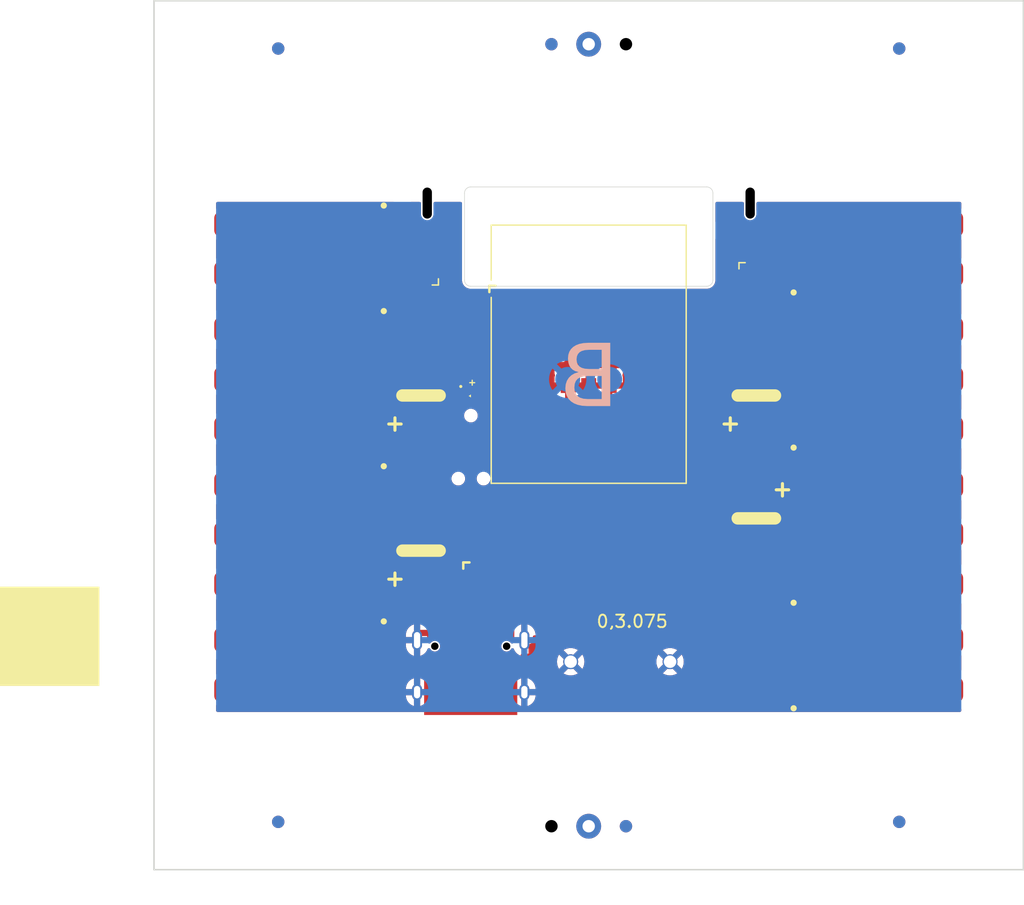
<source format=kicad_pcb>
(kicad_pcb (version 20240108) (generator "pcbnew") (generator_version "8.0")
  (title_block (title "IronManChest") (rev "1") (company "Adrian Kennard, Andrews & Arnold Ltd"))
  (layers (0 "F.Cu" signal) (31 "B.Cu" signal) (34 "B.Paste" user) (35 "F.Paste" user) (36 "B.SilkS" user "B.Silkscreen") (37 "F.SilkS" user "F.Silkscreen") (38 "B.Mask" user) (39 "F.Mask" user) (44 "Edge.Cuts" user))
  (net 0 "")
  (net 1 "GND")
  (net 2 "+3V3")
  (net 3 "Net-(J5-CC1)")
  (net 4 "D+")
  (net 5 "D-")
  (net 7 "Net-(J5-CC2)")
  (net 9 "DC")
  (net 10 "Net-(J1-Pin_2)")
  (net 11 "MICWS")
  (net 12 "MICSD")
  (net 13 "Net-(U2-EN)")
  (net 14 "MICSCK")
  (net 15 "LED1")
  (net 16 "LED2")
  (net 17 "LED0")
  (net 19 "LED3")
  (net 20 "LED4")
  (net 21 "Net-(J10-Pin_1)")
  (net 22 "Net-(J10-Pin_2)")
  (net 23 "Net-(J11-Pin_1)")
  (net 24 "Net-(J11-Pin_2)")
  (net 25 "SDDAT2")
  (net 26 "SDDAT3")
  (net 27 "SDCMD")
  (net 28 "SDDAT1")
  (net 29 "SDCLK")
  (net 30 "SDDAT0")
  (net 31 "SDCD")
  (net 32 "SPKPWR")
  (net 33 "Net-(U6-~{SD_MODE})")
  (net 51 "SPKSCK")
  (net 55 "SPKWS")
  (net 56 "SPKSD")
  (net 57 "BTNA")
  (net 58 "BTNB")
  (net 59 "+3.3V")
  (footprint "RevK:ICS43434_MEMS_Mic_Open" (layer "F.Cu") (at 87 83 90)
    (property "Reference" "U3" (hide yes))
    (property "Value" "L")
    (pad "" np_thru_hole oval (at 1.7 0 180) (size 0.95 2.7) (drill oval 0.75 2.5) (layers "*.Mask"))
    (pad "1" smd roundrect (at -1.289 0.9 180) (size 0.6 0.522) (layers "F.Cu" "F.Paste" "F.Mask") (net 11 "MICWS"))
    (pad "2" smd roundrect (at -0.467 0.9 180) (size 0.6 0.522) (layers "F.Cu" "F.Paste" "F.Mask") (net 1 "GND"))
    (pad "3" smd custom (at 0.785 -0.662 270) (size 0.3 0.3) (layers "F.Cu" "F.Mask") (net 1 "GND") (options (clearance outline) (anchor circle)) (primitives (gr_arc (start 0 -1.324) (mid 0.662 -0.662) (end 0 0) (width 0.3)) (gr_line (start 0 -1.324) (end -0.515 -1.324) (width 0.3)) (gr_line (start 0 0) (end -0.515 0) (width 0.3))))
    (pad "4" smd roundrect (at -0.467 -0.9 180) (size 0.6 0.522) (layers "F.Cu" "F.Paste" "F.Mask") (net 14 "MICSCK"))
    (pad "5" smd roundrect (at -1.289 -0.9 180) (size 0.6 0.522) (layers "F.Cu" "F.Paste" "F.Mask") (net 2 "+3V3"))
    (pad "6" smd roundrect (at -1.289 0 180) (size 0.6 0.522) (layers "F.Cu" "F.Paste" "F.Mask") (net 12 "MICSD"))
    (zone (net 0) (net_name "") (layer "F.Cu") (connect_pads (clearance 0)) (min_thickness 0.25)
      (keepout (tracks allowed) (vias allowed) (pads allowed) (copperpour not_allowed) (footprints allowed))
      (fill (thermal_gap 0.5) (thermal_bridge_width 0.5))
      (polygon (pts (xy 87 82.865) (xy 86.55 82.665) (xy 86.35 82.215) (xy 86.6 81.715) (xy 87 81.565) (xy 87.45 81.765) (xy 87.65 82.215) (xy 87.45 82.665)))
    )
  )
  (footprint "RevK:DFN1006-2L" (layer "F.Cu") (at 115.5 118.5 -90)
    (property "Reference" "D2" (hide yes))
    (property "Value" "~")
    (pad "1" smd roundrect (at -0.425 0 270) (size 0.55 0.65) (layers "F.Cu" "F.Paste" "F.Mask") (net 58 "BTNB"))
    (pad "2" smd roundrect (at 0.425 0 270) (size 0.55 0.65) (layers "F.Cu" "F.Paste" "F.Mask") (net 1 "GND"))
  )
  (footprint "RevK:R_0402_" (layer "F.Cu") (at 93.8 113.7 180)
    (property "Reference" "R3" (hide yes))
    (property "Value" "1M" (hide yes))
  )
  (footprint "RevK:R_0402" (layer "F.Cu") (at 105.75 105.3 -90)
    (property "Reference" "R15" (hide yes))
    (property "Value" "10K" (hide yes))
    (pad "1" smd roundrect (at -0.5 0 270) (size 0.54 0.64) (layers "F.Cu" "F.Paste" "F.Mask") (net 2 "+3V3"))
    (pad "2" smd roundrect (at 0.5 0 270) (size 0.54 0.64) (layers "F.Cu" "F.Paste" "F.Mask") (net 25 "SDDAT2"))
  )
  (footprint "RevK:R_0402" (layer "F.Cu") (at 99.15 105.3 -90)
    (property "Reference" "R11" (hide yes))
    (property "Value" "10K" (hide yes))
    (pad "1" smd roundrect (at -0.5 0 270) (size 0.54 0.64) (layers "F.Cu" "F.Paste" "F.Mask") (net 2 "+3V3"))
    (pad "2" smd roundrect (at 0.5 0 270) (size 0.54 0.64) (layers "F.Cu" "F.Paste" "F.Mask") (net 30 "SDDAT0"))
  )
  (footprint "RevK:C_0402" (layer "F.Cu") (at 114 90)
    (property "Reference" "C12" (hide yes))
    (property "Value" "10uF" (hide yes))
    (pad "1" smd roundrect (at -0.5 0) (size 0.54 0.64) (layers "F.Cu" "F.Paste" "F.Mask") (roundrect_rratio 0.28) (net 2 "+3V3"))
    (pad "2" smd roundrect (at 0.5 0) (size 0.54 0.64) (layers "F.Cu" "F.Paste" "F.Mask") (roundrect_rratio 0.28) (net 1 "GND"))
  )
  (footprint "RevK:Shadow" (layer "F.Cu") (at 100 96)
    (property "Reference" "REF**" (hide yes))
    (property "Value" "Shadow")
  )
  (footprint "RevK:CP_EIA-7343-31_Kemet-D" (layer "F.Cu") (at 86.5 95.5 90)
    (property "Reference" "C5" (hide yes))
    (property "Value" "C_Polarized")
    (pad "1" smd roundrect (at -3.1125 0 90) (size 2.075 2.55) (layers "F.Cu" "F.Paste" "F.Mask") (roundrect_rratio 0.120482) (net 9 "DC"))
    (pad "2" smd roundrect (at 3.1125 0 90) (size 2.075 2.55) (layers "F.Cu" "F.Paste" "F.Mask") (roundrect_rratio 0.120482) (net 1 "GND"))
  )
  (footprint "RevK:DFN1006-2L" (layer "F.Cu") (at 110.5 95.5 -90)
    (property "Reference" "D5" (hide yes))
    (property "Value" "~")
    (pad "1" smd roundrect (at -0.425 0 270) (size 0.55 0.65) (layers "F.Cu" "F.Paste" "F.Mask") (net 16 "LED2"))
    (pad "2" smd roundrect (at 0.425 0 270) (size 0.55 0.65) (layers "F.Cu" "F.Paste" "F.Mask") (net 1 "GND"))
  )
  (footprint "RevK:CP_EIA-7343-31_Kemet-D" (layer "F.Cu") (at 113.5 108 -90)
    (property "Reference" "C8" (hide yes))
    (property "Value" "C_Polarized")
    (pad "1" smd roundrect (at -3.1125 0 270) (size 2.075 2.55) (layers "F.Cu" "F.Paste" "F.Mask") (roundrect_rratio 0.120482) (net 9 "DC"))
    (pad "2" smd roundrect (at 3.1125 0 270) (size 2.075 2.55) (layers "F.Cu" "F.Paste" "F.Mask") (roundrect_rratio 0.120482) (net 1 "GND"))
  )
  (footprint "RevK:Tag-Connect_TC2030-IDC-NL_2x03_P1.27mm_Vertical" (layer "F.Cu") (at 90.516 100.96 -90)
    (property "Reference" "J4" (hide yes))
    (property "Value" "TC2030-USB-NL-DS")
    (pad "" np_thru_hole circle (at -2.54 0 270) (size 0.85 0.85) (drill 0.85) (layers "F&B.Cu" "*.Mask") (clearance 0.1))
    (pad "" np_thru_hole circle (at 2.54 -1.016 270) (size 0.85 0.85) (drill 0.85) (layers "F&B.Cu" "*.Mask") (clearance 0.1))
    (pad "" np_thru_hole circle (at 2.54 1.016 270) (size 0.85 0.85) (drill 0.85) (layers "F&B.Cu" "*.Mask") (clearance 0.1))
    (pad "1" connect circle (at -1.27 0.635 270) (size 0.7874 0.7874) (layers "F.Cu" "F.Mask") (net 9 "DC"))
    (pad "2" connect circle (at -1.27 -0.635 270) (size 0.7874 0.7874) (layers "F.Cu" "F.Mask") (net 9 "DC"))
    (pad "3" connect circle (at 0 0.635 270) (size 0.7874 0.7874) (layers "F.Cu" "F.Mask") (net 5 "D-"))
    (pad "4" connect circle (at 0 -0.635 270) (size 0.7874 0.7874) (layers "F.Cu" "F.Mask") (net 4 "D+"))
    (pad "5" connect circle (at 1.27 0.635 270) (size 0.7874 0.7874) (layers "F.Cu" "F.Mask") (net 1 "GND"))
    (pad "6" connect circle (at 1.27 -0.635 270) (size 0.7874 0.7874) (layers "F.Cu" "F.Mask") (net 1 "GND"))
    (zone (net 0) (net_name "") (layer "F.Cu") (connect_pads (clearance 0)) (min_thickness 0.254)
      (keepout (tracks allowed) (vias not_allowed) (pads allowed) (copperpour not_allowed) (footprints not_allowed))
      (fill (thermal_gap 0.508) (thermal_bridge_width 0.508))
      (polygon (pts (xy 91.151 101.595) (xy 91.151 100.325) (xy 89.881 100.325) (xy 89.881 101.595)))
    )
  )
  (footprint "RevK:C_0402" (layer "F.Cu") (at 108.5 91.5 -90)
    (property "Reference" "C4" (hide yes))
    (property "Value" "1uF" (hide yes))
    (pad "1" smd roundrect (at -0.5 0 270) (size 0.54 0.64) (layers "F.Cu" "F.Paste" "F.Mask") (roundrect_rratio 0.28) (net 13 "Net-(U2-EN)"))
    (pad "2" smd roundrect (at 0.5 0 270) (size 0.54 0.64) (layers "F.Cu" "F.Paste" "F.Mask") (roundrect_rratio 0.28) (net 1 "GND"))
  )
  (footprint "RevK:VCUT70N" (layer "F.Cu") (at 100 81)
    (property "Reference" "V1" (hide yes))
    (property "Value" "~")
    (zone (net 0) (net_name "") (layers "F.Cu" "Cmts.User") (connect_pads (clearance 0)) (min_thickness 0.25)
      (keepout (tracks not_allowed) (vias allowed) (pads allowed) (copperpour not_allowed) (footprints allowed))
      (fill (thermal_gap 0.5) (thermal_bridge_width 0.5))
      (polygon (pts (xy 135 81.2) (xy 135 80.8) (xy 65 80.8) (xy 65 81.2)))
    )
    (zone (net 0) (net_name "") (layers "B.Cu" "Cmts.User") (connect_pads (clearance 0)) (min_thickness 0.25)
      (keepout (tracks not_allowed) (vias allowed) (pads allowed) (copperpour not_allowed) (footprints allowed))
      (fill (thermal_gap 0.5) (thermal_bridge_width 0.5))
      (polygon (pts (xy 135 81.2) (xy 135 80.8) (xy 65 80.8) (xy 65 81.2)))
    )
  )
  (footprint "RevK:ESP32-S3-MINI-1" (layer "F.Cu") (at 100 96)
    (property "Reference" "U2" (hide yes))
    (property "Value" "ESP32-S3-MINI-1" (hide yes))
    (pad "1" smd rect (at -7 -5.95 90) (size 0.4 0.8) (layers "F.Cu" "F.Paste" "F.Mask") (net 1 "GND"))
    (pad "2" smd rect (at -7 -5.1 90) (size 0.4 0.8) (layers "F.Cu" "F.Paste" "F.Mask") (net 1 "GND"))
    (pad "3" smd rect (at -7 -4.25 90) (size 0.4 0.8) (layers "F.Cu" "F.Paste" "F.Mask") (net 2 "+3V3"))
    (pad "4" smd rect (at -7 -3.4 90) (size 0.4 0.8) (layers "F.Cu" "F.Paste" "F.Mask"))
    (pad "5" smd rect (at -7 -2.55 90) (size 0.4 0.8) (layers "F.Cu" "F.Paste" "F.Mask") (net 55 "SPKWS"))
    (pad "6" smd rect (at -7 -1.7 90) (size 0.4 0.8) (layers "F.Cu" "F.Paste" "F.Mask") (net 51 "SPKSCK"))
    (pad "7" smd rect (at -7 -0.85 90) (size 0.4 0.8) (layers "F.Cu" "F.Paste" "F.Mask") (net 56 "SPKSD"))
    (pad "8" smd rect (at -7 0 90) (size 0.4 0.8) (layers "F.Cu" "F.Paste" "F.Mask") (net 32 "SPKPWR"))
    (pad "9" smd rect (at -7 0.85 90) (size 0.4 0.8) (layers "F.Cu" "F.Paste" "F.Mask") (net 17 "LED0"))
    (pad "10" smd rect (at -7 1.7 90) (size 0.4 0.8) (layers "F.Cu" "F.Paste" "F.Mask") (net 15 "LED1"))
    (pad "11" smd rect (at -7 2.55 90) (size 0.4 0.8) (layers "F.Cu" "F.Paste" "F.Mask") (net 19 "LED3"))
    (pad "12" smd rect (at -7 3.4 90) (size 0.4 0.8) (layers "F.Cu" "F.Paste" "F.Mask"))
    (pad "13" smd rect (at -7 4.25 90) (size 0.4 0.8) (layers "F.Cu" "F.Paste" "F.Mask"))
    (pad "14" smd rect (at -7 5.1 90) (size 0.4 0.8) (layers "F.Cu" "F.Paste" "F.Mask"))
    (pad "15" smd rect (at -7 5.95 90) (size 0.4 0.8) (layers "F.Cu" "F.Paste" "F.Mask"))
    (pad "16" smd rect (at -5.95 7) (size 0.4 0.8) (layers "F.Cu" "F.Paste" "F.Mask") (net 57 "BTNA"))
    (pad "17" smd rect (at -5.1 7) (size 0.4 0.8) (layers "F.Cu" "F.Paste" "F.Mask") (net 58 "BTNB"))
    (pad "18" smd rect (at -4.25 7) (size 0.4 0.8) (layers "F.Cu" "F.Paste" "F.Mask"))
    (pad "19" smd rect (at -3.4 7) (size 0.4 0.8) (layers "F.Cu" "F.Paste" "F.Mask"))
    (pad "20" smd rect (at -2.55 7) (size 0.4 0.8) (layers "F.Cu" "F.Paste" "F.Mask"))
    (pad "21" smd rect (at -1.7 7) (size 0.4 0.8) (layers "F.Cu" "F.Paste" "F.Mask"))
    (pad "22" smd rect (at -0.85 7) (size 0.4 0.8) (layers "F.Cu" "F.Paste" "F.Mask"))
    (pad "23" smd rect (at 0 7) (size 0.4 0.8) (layers "F.Cu" "F.Paste" "F.Mask") (net 5 "D-"))
    (pad "24" smd rect (at 0.85 7) (size 0.4 0.8) (layers "F.Cu" "F.Paste" "F.Mask") (net 4 "D+"))
    (pad "25" smd rect (at 1.7 7) (size 0.4 0.8) (layers "F.Cu" "F.Paste" "F.Mask") (net 10 "Net-(J1-Pin_2)"))
    (pad "26" smd rect (at 2.55 7) (size 0.4 0.8) (layers "F.Cu" "F.Paste" "F.Mask"))
    (pad "27" smd rect (at 3.4 7) (size 0.4 0.8) (layers "F.Cu" "F.Paste" "F.Mask") (net 31 "SDCD"))
    (pad "28" smd rect (at 4.25 7) (size 0.4 0.8) (layers "F.Cu" "F.Paste" "F.Mask") (net 28 "SDDAT1"))
    (pad "29" smd rect (at 5.1 7) (size 0.4 0.8) (layers "F.Cu" "F.Paste" "F.Mask") (net 30 "SDDAT0"))
    (pad "30" smd rect (at 5.95 7) (size 0.4 0.8) (layers "F.Cu" "F.Paste" "F.Mask"))
    (pad "31" smd rect (at 7 5.95 90) (size 0.4 0.8) (layers "F.Cu" "F.Paste" "F.Mask") (net 29 "SDCLK"))
    (pad "32" smd rect (at 7 5.1 90) (size 0.4 0.8) (layers "F.Cu" "F.Paste" "F.Mask") (net 27 "SDCMD"))
    (pad "33" smd rect (at 7 4.25 90) (size 0.4 0.8) (layers "F.Cu" "F.Paste" "F.Mask") (net 26 "SDDAT3"))
    (pad "34" smd rect (at 7 3.4 90) (size 0.4 0.8) (layers "F.Cu" "F.Paste" "F.Mask") (net 25 "SDDAT2"))
    (pad "35" smd rect (at 7 2.55 90) (size 0.4 0.8) (layers "F.Cu" "F.Paste" "F.Mask"))
    (pad "36" smd rect (at 7 1.7 90) (size 0.4 0.8) (layers "F.Cu" "F.Paste" "F.Mask"))
    (pad "37" smd rect (at 7 0.85 90) (size 0.4 0.8) (layers "F.Cu" "F.Paste" "F.Mask") (net 20 "LED4"))
    (pad "38" smd rect (at 7 0 90) (size 0.4 0.8) (layers "F.Cu" "F.Paste" "F.Mask") (net 16 "LED2"))
    (pad "39" smd rect (at 7 -0.85 90) (size 0.4 0.8) (layers "F.Cu" "F.Paste" "F.Mask") (net 12 "MICSD"))
    (pad "40" smd rect (at 7 -1.7 90) (size 0.4 0.8) (layers "F.Cu" "F.Paste" "F.Mask") (net 14 "MICSCK"))
    (pad "41" smd rect (at 7 -2.55 90) (size 0.4 0.8) (layers "F.Cu" "F.Paste" "F.Mask"))
    (pad "42" smd rect (at 7 -3.4 90) (size 0.4 0.8) (layers "F.Cu" "F.Paste" "F.Mask") (net 1 "GND"))
    (pad "43" smd rect (at 7 -4.25 90) (size 0.4 0.8) (layers "F.Cu" "F.Paste" "F.Mask") (net 1 "GND"))
    (pad "44" smd rect (at 7 -5.1 90) (size 0.4 0.8) (layers "F.Cu" "F.Paste" "F.Mask") (net 11 "MICWS"))
    (pad "45" smd rect (at 7 -5.95 90) (size 0.4 0.8) (layers "F.Cu" "F.Paste" "F.Mask") (net 13 "Net-(U2-EN)"))
    (pad "46" smd rect (at 5.95 -7) (size 0.4 0.8) (layers "F.Cu" "F.Paste" "F.Mask") (net 1 "GND"))
    (pad "47" smd rect (at 5.1 -7) (size 0.4 0.8) (layers "F.Cu" "F.Paste" "F.Mask") (net 1 "GND"))
    (pad "48" smd rect (at 4.25 -7) (size 0.4 0.8) (layers "F.Cu" "F.Paste" "F.Mask") (net 1 "GND"))
    (pad "49" smd rect (at 3.4 -7) (size 0.4 0.8) (layers "F.Cu" "F.Paste" "F.Mask") (net 1 "GND"))
    (pad "50" smd rect (at 2.55 -7) (size 0.4 0.8) (layers "F.Cu" "F.Paste" "F.Mask") (net 1 "GND"))
    (pad "51" smd rect (at 1.7 -7) (size 0.4 0.8) (layers "F.Cu" "F.Paste" "F.Mask") (net 1 "GND"))
    (pad "52" smd rect (at 0.85 -7) (size 0.4 0.8) (layers "F.Cu" "F.Paste" "F.Mask") (net 1 "GND"))
    (pad "53" smd rect (at 0 -7) (size 0.4 0.8) (layers "F.Cu" "F.Paste" "F.Mask") (net 1 "GND"))
    (pad "54" smd rect (at -0.85 -7) (size 0.4 0.8) (layers "F.Cu" "F.Paste" "F.Mask") (net 1 "GND"))
    (pad "55" smd rect (at -1.7 -7) (size 0.4 0.8) (layers "F.Cu" "F.Paste" "F.Mask") (net 1 "GND"))
    (pad "56" smd rect (at -2.55 -7) (size 0.4 0.8) (layers "F.Cu" "F.Paste" "F.Mask") (net 1 "GND"))
    (pad "57" smd rect (at -3.4 -7) (size 0.4 0.8) (layers "F.Cu" "F.Paste" "F.Mask") (net 1 "GND"))
    (pad "58" smd rect (at -4.25 -7) (size 0.4 0.8) (layers "F.Cu" "F.Paste" "F.Mask") (net 1 "GND"))
    (pad "59" smd rect (at -5.1 -7) (size 0.4 0.8) (layers "F.Cu" "F.Paste" "F.Mask") (net 1 "GND"))
    (pad "60" smd rect (at -5.95 -7) (size 0.4 0.8) (layers "F.Cu" "F.Paste" "F.Mask") (net 1 "GND"))
    (pad "61" smd roundrect (at -1.65 -1.65) (size 1.2 1.2) (layers "F.Cu" "F.Paste" "F.Mask") (roundrect_rratio 0) (chamfer_ratio 0.5) (chamfer top_left) (net 1 "GND"))
    (pad "61" smd rect (at -1.65 0 90) (size 1.2 1.2) (layers "F.Cu" "F.Paste" "F.Mask") (net 1 "GND"))
    (pad "61" smd rect (at -1.65 1.65 90) (size 1.2 1.2) (layers "F.Cu" "F.Paste" "F.Mask") (net 1 "GND"))
    (pad "61" smd rect (at 0 -1.65) (size 1.2 1.2) (layers "F.Cu" "F.Paste" "F.Mask") (net 1 "GND"))
    (pad "61" smd rect (at 0 0) (size 1.2 1.2) (layers "F.Cu" "F.Paste" "F.Mask") (net 1 "GND"))
    (pad "61" smd rect (at 0 1.65) (size 1.2 1.2) (layers "F.Cu" "F.Paste" "F.Mask") (net 1 "GND"))
    (pad "61" smd rect (at 1.65 -1.65) (size 1.2 1.2) (layers "F.Cu" "F.Paste" "F.Mask") (net 1 "GND"))
    (pad "61" smd rect (at 1.65 0) (size 1.2 1.2) (layers "F.Cu" "F.Paste" "F.Mask") (net 1 "GND"))
    (pad "61" smd rect (at 1.65 1.65) (size 1.2 1.2) (layers "F.Cu" "F.Paste" "F.Mask") (net 1 "GND"))
    (pad "62" smd rect (at -7 -7) (size 0.8 0.8) (layers "F.Cu" "F.Paste" "F.Mask") (net 1 "GND"))
    (pad "63" smd rect (at -7 7) (size 0.8 0.8) (layers "F.Cu" "F.Paste" "F.Mask") (net 1 "GND"))
    (pad "64" smd rect (at 7 7) (size 0.8 0.8) (layers "F.Cu" "F.Paste" "F.Mask") (net 1 "GND"))
    (pad "65" smd rect (at 7 -7) (size 0.8 0.8) (layers "F.Cu" "F.Paste" "F.Mask") (net 1 "GND"))
    (zone (net 0) (net_name "") (layers "F.Cu" "In1.Cu" "In2.Cu" "In3.Cu" "In4.Cu" "In5.Cu" "In6.Cu" "In7.Cu" "In8.Cu" "In9.Cu" "In10.Cu" "In11.Cu" "In12.Cu" "In13.Cu" "In14.Cu" "In15.Cu" "In16.Cu" "In17.Cu" "In18.Cu" "In19.Cu" "In20.Cu" "In21.Cu" "In22.Cu" "In23.Cu" "In24.Cu" "In25.Cu" "In26.Cu" "In27.Cu" "In28.Cu" "In29.Cu" "In30.Cu") (connect_pads (clearance 0)) (min_thickness 0.01)
      (keepout (tracks not_allowed) (vias not_allowed) (pads not_allowed) (copperpour not_allowed) (footprints not_allowed))
      (fill (thermal_gap 0.508) (thermal_bridge_width 0.508))
      (polygon (pts (xy 92.3 83.225) (xy 107.7 83.225) (xy 107.7 88.275) (xy 92.3 88.275)))
    )
    (zone (net 0) (net_name "") (layer "B.Cu") (connect_pads (clearance 0)) (min_thickness 0.01)
      (keepout (tracks not_allowed) (vias not_allowed) (pads not_allowed) (copperpour not_allowed) (footprints not_allowed))
      (fill (thermal_gap 0.508) (thermal_bridge_width 0.508))
      (polygon (pts (xy 92.3 83.15) (xy 107.7 83.15) (xy 107.7 87.8) (xy 92.3 87.8)))
    )
  )
  (footprint "RevK:DFN1006-2L" (layer "F.Cu") (at 85.575 102.5)
    (property "Reference" "D6" (hide yes))
    (property "Value" "~")
    (pad "1" smd roundrect (at -0.425 0) (size 0.55 0.65) (layers "F.Cu" "F.Paste" "F.Mask") (net 19 "LED3"))
    (pad "2" smd roundrect (at 0.425 0) (size 0.55 0.65) (layers "F.Cu" "F.Paste" "F.Mask") (net 1 "GND"))
  )
  (footprint "RevK:WAGO-2060-453-998-404" (layer "F.Cu") (at 77.5 108)
    (property "Reference" "J8" (hide yes))
    (property "Value" "3")
    (pad "1" smd roundrect (at -4.65 -4 270) (size 2 6) (layers "F.Cu" "F.Paste" "F.Mask") (net 1 "GND"))
    (pad "1" smd roundrect (at 4.6 -4 270) (size 2 3.5) (layers "F.Cu" "F.Paste" "F.Mask") (net 1 "GND"))
    (pad "2" smd roundrect (at -4.65 0 270) (size 2 6) (layers "F.Cu" "F.Paste" "F.Mask") (net 19 "LED3"))
    (pad "2" smd roundrect (at 4.6 0 270) (size 2 3.5) (layers "F.Cu" "F.Paste" "F.Mask") (net 19 "LED3"))
    (pad "3" smd roundrect (at -4.65 4 270) (size 2 6) (layers "F.Cu" "F.Paste" "F.Mask") (net 9 "DC"))
    (pad "3" smd roundrect (at 4.6 4 270) (size 2 3.5) (layers "F.Cu" "F.Paste" "F.Mask") (net 9 "DC"))
  )
  (footprint "RevK:R_0402_" (layer "F.Cu") (at 90.199999 113.7 180)
    (property "Reference" "R2" (hide yes))
    (property "Value" "39k2" (hide yes))
  )
  (footprint "RevK:C_0603_" (layer "F.Cu") (at 94.5 110.5 -90)
    (property "Reference" "C1" (hide yes))
    (property "Value" "10uF 35V")
  )
  (footprint "RevK:R_0402" (layer "F.Cu") (at 115 83 -90)
    (property "Reference" "R16" (hide yes))
    (property "Value" "210R2" (hide yes))
    (pad "1" smd roundrect (at -0.5 0 270) (size 0.54 0.64) (layers "F.Cu" "F.Paste" "F.Mask") (net 33 "Net-(U6-~{SD_MODE})"))
    (pad "2" smd roundrect (at 0.5 0 270) (size 0.54 0.64) (layers "F.Cu" "F.Paste" "F.Mask") (net 32 "SPKPWR"))
  )
  (footprint "RevK:WAGO-2060-453-998-404" (layer "F.Cu") (at 122.5 108 180)
    (property "Reference" "J9" (hide yes))
    (property "Value" "4")
    (pad "1" smd roundrect (at -4.65 -4 90) (size 2 6) (layers "F.Cu" "F.Paste" "F.Mask") (net 1 "GND"))
    (pad "1" smd roundrect (at 4.6 -4 90) (size 2 3.5) (layers "F.Cu" "F.Paste" "F.Mask") (net 1 "GND"))
    (pad "2" smd roundrect (at -4.65 0 90) (size 2 6) (layers "F.Cu" "F.Paste" "F.Mask") (net 20 "LED4"))
    (pad "2" smd roundrect (at 4.6 0 90) (size 2 3.5) (layers "F.Cu" "F.Paste" "F.Mask") (net 20 "LED4"))
    (pad "3" smd roundrect (at -4.65 4 90) (size 2 6) (layers "F.Cu" "F.Paste" "F.Mask") (net 9 "DC"))
    (pad "3" smd roundrect (at 4.6 4 90) (size 2 3.5) (layers "F.Cu" "F.Paste" "F.Mask") (net 9 "DC"))
  )
  (footprint "RevK:R_0402" (layer "F.Cu") (at 104.65 105.3 -90)
    (property "Reference" "R14" (hide yes))
    (property "Value" "10K" (hide yes))
    (pad "1" smd roundrect (at -0.5 0 270) (size 0.54 0.64) (layers "F.Cu" "F.Paste" "F.Mask") (net 2 "+3V3"))
    (pad "2" smd roundrect (at 0.5 0 270) (size 0.54 0.64) (layers "F.Cu" "F.Paste" "F.Mask") (net 26 "SDDAT3"))
  )
  (footprint "RevK:WAGO-2060-452-998-404" (layer "F.Cu") (at 122.5 85 180)
    (property "Reference" "J11" (hide yes))
    (property "Value" "R")
    (pad "1" smd roundrect (at -4.65 -2 90) (size 2 6) (layers "F.Cu" "F.Paste" "F.Mask") (net 23 "Net-(J11-Pin_1)"))
    (pad "1" smd roundrect (at 4.6 -2 90) (size 2 3.5) (layers "F.Cu" "F.Paste" "F.Mask") (net 23 "Net-(J11-Pin_1)"))
    (pad "2" smd roundrect (at -4.65 2 90) (size 2 6) (layers "F.Cu" "F.Paste" "F.Mask") (net 24 "Net-(J11-Pin_2)"))
    (pad "2" smd roundrect (at 4.6 2 90) (size 2 3.5) (layers "F.Cu" "F.Paste" "F.Mask") (net 24 "Net-(J11-Pin_2)"))
  )
  (footprint "RevK:WLP-1.437mmx1.347mm-0.21mm-ball" (layer "F.Cu") (at 87 87)
    (property "Reference" "U5" (hide yes))
    (property "Value" "MAX98357A")
    (pad "A1" smd circle (at 0.4 0.4 180) (size 0.21 0.21) (property pad_prop_bga) (layers "F.Cu" "F.Paste" "F.Mask") (net 32 "SPKPWR") (clearance 0.18))
    (pad "A1" smd custom (at 0.7 0.7 90) (size 0.25 0.25) (property pad_prop_bga) (layers "F.Cu") (net 32 "SPKPWR") (clearance 0.18) (options (clearance outline) (anchor circle)) (primitives (gr_line (start 0.3 -0.3) (end -0.0141 -0.0141) (width 0.21)) (gr_line (start 0.3 -0.3) (end 0.0141 0.0141) (width 0.21)) (gr_circle (center 0.3 -0.3) (end 0.195 -0.3) (width 0) (fill yes))))
    (pad "A2" smd circle (at 0 0.4 180) (size 0.21 0.21) (property pad_prop_bga) (layers "F.Cu" "F.Paste" "F.Mask") (net 2 "+3V3") (clearance 0.18))
    (pad "A2" smd custom (at 0 0.7 90) (size 0.25 0.25) (property pad_prop_bga) (layers "F.Cu") (net 2 "+3V3") (clearance 0.18) (options (clearance outline) (anchor circle)) (primitives (gr_line (start 0.3 0) (end 0 -0.02) (width 0.21)) (gr_line (start 0.3 0) (end 0 0.02) (width 0.21)) (gr_circle (center 0.3 0) (end 0.195 0) (width 0) (fill yes))))
    (pad "A3" smd custom (at -0.7 0.7) (size 0.25 0.25) (property pad_prop_bga) (layers "F.Cu") (net 22 "Net-(J10-Pin_2)") (clearance 0.18) (options (clearance outline) (anchor circle)) (primitives (gr_line (start 0.3 -0.3) (end -0.0141 -0.0141) (width 0.21)) (gr_line (start 0.3 -0.3) (end 0.0141 0.0141) (width 0.21)) (gr_circle (center 0.3 -0.3) (end 0.195 -0.3) (width 0) (fill yes))))
    (pad "A3" smd circle (at -0.4 0.4 180) (size 0.21 0.21) (property pad_prop_bga) (layers "F.Cu" "F.Paste" "F.Mask") (net 22 "Net-(J10-Pin_2)") (clearance 0.18))
    (pad "B1" smd circle (at 0.4 0 180) (size 0.21 0.21) (property pad_prop_bga) (layers "F.Cu" "F.Paste" "F.Mask") (net 56 "SPKSD") (clearance 0.18))
    (pad "B1" smd custom (at 0.7 0 180) (size 0.25 0.25) (property pad_prop_bga) (layers "F.Cu") (net 56 "SPKSD") (clearance 0.18) (options (clearance outline) (anchor circle)) (primitives (gr_line (start 0.3 0) (end 0 -0.02) (width 0.21)) (gr_line (start 0.3 0) (end 0 0.02) (width 0.21)) (gr_circle (center 0.3 0) (end 0.195 0) (width 0) (fill yes))))
    (pad "B2" smd circle (at 0 0 180) (size 0.21 0.21) (property pad_prop_bga) (layers "F.Cu" "F.Paste" "F.Mask") (net 1 "GND") (clearance 0.18))
    (pad "B3" smd custom (at -0.7 0) (size 0.25 0.25) (property pad_prop_bga) (layers "F.Cu") (net 21 "Net-(J10-Pin_1)") (clearance 0.18) (options (clearance outline) (anchor circle)) (primitives (gr_line (start 0.3 0) (end 0 -0.02) (width 0.21)) (gr_line (start 0.3 0) (end 0 0.02) (width 0.21)) (gr_circle (center 0.3 0) (end 0.195 0) (width 0) (fill yes))))
    (pad "B3" smd circle (at -0.4 0 180) (size 0.21 0.21) (property pad_prop_bga) (layers "F.Cu" "F.Paste" "F.Mask") (net 21 "Net-(J10-Pin_1)") (clearance 0.18))
    (pad "C1" smd circle (at 0.4 -0.4 180) (size 0.21 0.21) (property pad_prop_bga) (layers "F.Cu" "F.Paste" "F.Mask") (net 51 "SPKSCK") (clearance 0.18))
    (pad "C1" smd custom (at 0.7 -0.7 180) (size 0.25 0.25) (property pad_prop_bga) (layers "F.Cu") (net 51 "SPKSCK") (clearance 0.18) (options (clearance outline) (anchor circle)) (primitives (gr_line (start 0.3 -0.3) (end -0.0141 -0.0141) (width 0.21)) (gr_line (start 0.3 -0.3) (end 0.0141 0.0141) (width 0.21)) (gr_circle (center 0.3 -0.3) (end 0.195 -0.3) (width 0) (fill yes))))
    (pad "C2" smd custom (at 0 -0.7 270) (size 0.25 0.25) (property pad_prop_bga) (layers "F.Cu") (net 1 "GND") (clearance 0.18) (options (clearance outline) (anchor circle)) (primitives (gr_line (start 0.3 0) (end 0 -0.02) (width 0.21)) (gr_line (start 0.3 0) (end 0 0.02) (width 0.21)) (gr_circle (center 0.3 0) (end 0.195 0) (width 0) (fill yes))))
    (pad "C2" smd circle (at 0 -0.4 180) (size 0.21 0.21) (property pad_prop_bga) (layers "F.Cu" "F.Paste" "F.Mask") (net 1 "GND") (clearance 0.18))
    (pad "C3" smd custom (at -0.7 -0.7 270) (size 0.25 0.25) (property pad_prop_bga) (layers "F.Cu") (net 55 "SPKWS") (clearance 0.18) (options (clearance outline) (anchor circle)) (primitives (gr_line (start 0.3 -0.3) (end -0.0141 -0.0141) (width 0.21)) (gr_line (start 0.3 -0.3) (end 0.0141 0.0141) (width 0.21)) (gr_circle (center 0.3 -0.3) (end 0.195 -0.3) (width 0) (fill yes))))
    (pad "C3" smd circle (at -0.4 -0.4 180) (size 0.21 0.21) (property pad_prop_bga) (layers "F.Cu" "F.Paste" "F.Mask") (net 55 "SPKWS") (clearance 0.18))
  )
  (footprint "RevK:C_0603" (layer "F.Cu") (at 91 90 90)
    (property "Reference" "C16" (hide yes))
    (property "Value" "22uF")
    (pad "1" smd roundrect (at -0.775 0 90) (size 0.8 0.95) (layers "F.Cu" "F.Paste" "F.Mask") (net 59 "+3.3V"))
    (pad "2" smd roundrect (at 0.775 0 90) (size 0.8 0.95) (layers "F.Cu" "F.Paste" "F.Mask") (net 1 "GND"))
  )
  (footprint "RevK:USB-C-Socket-H" (layer "F.Cu") (at 90.5 117)
    (property "Reference" "J5" (hide yes))
    (property "Value" "USB-C-Socket-H")
    (pad "" np_thru_hole circle (at -2.89 0) (size 0.7 0.7) (drill 0.6) (layers "F.Mask"))
    (pad "" np_thru_hole circle (at 2.89 0) (size 0.7 0.7) (drill 0.6) (layers "F.Mask"))
    (pad "A1" smd rect (at -3.2 -1.07) (size 0.6 1.14) (layers "F.Cu" "F.Paste" "F.Mask") (net 1 "GND"))
    (pad "A4" smd rect (at -2.4 -1.07) (size 0.6 1.14) (layers "F.Cu" "F.Paste" "F.Mask") (net 9 "DC"))
    (pad "A5" smd roundrect (at -1.25 -1.07) (size 0.3 1.14) (layers "F.Cu" "F.Paste" "F.Mask") (net 3 "Net-(J5-CC1)"))
    (pad "A6" smd roundrect (at -0.25 -1.07) (size 0.3 1.14) (layers "F.Cu" "F.Paste" "F.Mask") (net 4 "D+"))
    (pad "A7" smd roundrect (at 0.25 -1.07) (size 0.3 1.14) (layers "F.Cu" "F.Paste" "F.Mask") (net 5 "D-"))
    (pad "A8" smd roundrect (at 1.25 -1.07) (size 0.3 1.14) (layers "F.Cu" "F.Paste" "F.Mask"))
    (pad "A9" smd rect (at 2.4 -1.07) (size 0.6 1.14) (layers "F.Cu") (net 9 "DC"))
    (pad "A12" smd rect (at 3.2 -1.07) (size 0.6 1.14) (layers "F.Cu") (net 1 "GND"))
    (pad "B1" smd rect (at 3.2 -1.07) (size 0.6 1.14) (layers "F.Cu" "F.Paste" "F.Mask") (net 1 "GND"))
    (pad "B4" smd rect (at 2.4 -1.07) (size 0.6 1.14) (layers "F.Cu" "F.Paste" "F.Mask") (net 9 "DC"))
    (pad "B5" smd roundrect (at 1.75 -1.07) (size 0.3 1.14) (layers "F.Cu" "F.Paste" "F.Mask") (net 7 "Net-(J5-CC2)"))
    (pad "B6" smd roundrect (at 0.75 -1.07) (size 0.3 1.14) (layers "F.Cu" "F.Paste" "F.Mask") (net 4 "D+"))
    (pad "B7" smd roundrect (at -0.75 -1.07) (size 0.3 1.14) (layers "F.Cu" "F.Paste" "F.Mask") (net 5 "D-"))
    (pad "B8" smd roundrect (at -1.75 -1.07) (size 0.3 1.14) (layers "F.Cu" "F.Paste" "F.Mask"))
    (pad "B9" smd rect (at -2.4 -1.07) (size 0.6 1.14) (layers "F.Cu") (net 9 "DC"))
    (pad "B12" smd rect (at -3.2 -1.07) (size 0.6 1.14) (layers "F.Cu") (net 1 "GND"))
    (pad "S1" thru_hole oval (at -4.32 -0.49) (size 0.8 1.6) (drill oval 0.5 1.3) (layers "*.Cu" "F.Paste" "F.Mask") (net 1 "GND"))
    (pad "S1" thru_hole oval (at -4.32 3.7) (size 0.8 1.3) (drill oval 0.5 1) (layers "*.Cu" "F.Paste" "F.Mask") (net 1 "GND"))
    (pad "S1" smd rect (at 0 3.14) (size 7.5 4.8) (layers "F.Cu" "F.Mask") (net 1 "GND"))
    (pad "S1" thru_hole oval (at 4.32 -0.49) (size 0.8 1.6) (drill oval 0.5 1.3) (layers "*.Cu" "F.Paste" "F.Mask") (net 1 "GND"))
    (pad "S1" thru_hole oval (at 4.32 3.7) (size 0.8 1.3) (drill oval 0.5 1) (layers "*.Cu" "F.Paste" "F.Mask") (net 1 "GND"))
  )
  (footprint "RevK:R_0402" (layer "F.Cu") (at 98.05 105.3 -90)
    (property "Reference" "R10" (hide yes))
    (property "Value" "10K" (hide yes))
    (pad "1" smd roundrect (at -0.5 0 270) (size 0.54 0.64) (layers "F.Cu" "F.Paste" "F.Mask") (net 2 "+3V3"))
    (pad "2" smd roundrect (at 0.5 0 270) (size 0.54 0.64) (layers "F.Cu" "F.Paste" "F.Mask") (net 28 "SDDAT1"))
  )
  (footprint "RevK:R_0402" (layer "F.Cu") (at 101.35 105.3 -90)
    (property "Reference" "R12" (hide yes))
    (property "Value" "10K" (hide yes))
    (pad "1" smd roundrect (at -0.5 0 270) (size 0.54 0.64) (layers "F.Cu" "F.Paste" "F.Mask") (net 2 "+3V3"))
    (pad "2" smd roundrect (at 0.5 0 270) (size 0.54 0.64) (layers "F.Cu" "F.Paste" "F.Mask") (net 29 "SDCLK"))
  )
  (footprint "RevK:ICS43434_MEMS_Mic_Open" (layer "F.Cu") (at 113 83 90)
    (property "Reference" "U4" (hide yes))
    (property "Value" "R")
    (pad "" np_thru_hole oval (at 1.7 0 180) (size 0.95 2.7) (drill oval 0.75 2.5) (layers "*.Mask"))
    (pad "1" smd roundrect (at -1.289 0.9 180) (size 0.6 0.522) (layers "F.Cu" "F.Paste" "F.Mask") (net 11 "MICWS"))
    (pad "2" smd roundrect (at -0.467 0.9 180) (size 0.6 0.522) (layers "F.Cu" "F.Paste" "F.Mask") (net 2 "+3V3"))
    (pad "3" smd custom (at 0.785 -0.662 270) (size 0.3 0.3) (layers "F.Cu" "F.Mask") (net 1 "GND") (options (clearance outline) (anchor circle)) (primitives (gr_arc (start 0 -1.324) (mid 0.662 -0.662) (end 0 0) (width 0.3)) (gr_line (start 0 -1.324) (end -0.515 -1.324) (width 0.3)) (gr_line (start 0 0) (end -0.515 0) (width 0.3))))
    (pad "4" smd roundrect (at -0.467 -0.9 180) (size 0.6 0.522) (layers "F.Cu" "F.Paste" "F.Mask") (net 14 "MICSCK"))
    (pad "5" smd roundrect (at -1.289 -0.9 180) (size 0.6 0.522) (layers "F.Cu" "F.Paste" "F.Mask") (net 2 "+3V3"))
    (pad "6" smd roundrect (at -1.289 0 180) (size 0.6 0.522) (layers "F.Cu" "F.Paste" "F.Mask") (net 12 "MICSD"))
    (zone (net 0) (net_name "") (layer "F.Cu") (connect_pads (clearance 0)) (min_thickness 0.25)
      (keepout (tracks allowed) (vias allowed) (pads allowed) (copperpour not_allowed) (footprints allowed))
      (fill (thermal_gap 0.5) (thermal_bridge_width 0.5))
      (polygon (pts (xy 113 82.865) (xy 112.55 82.665) (xy 112.35 82.215) (xy 112.6 81.715) (xy 113 81.565) (xy 113.45 81.765) (xy 113.65 82.215) (xy 113.45 82.665)))
    )
  )
  (footprint "RevK:WAGO-2060-453-998-404" (layer "F.Cu") (at 122.5 95.5 180)
    (property "Reference" "J7" (hide yes))
    (property "Value" "2")
    (pad "1" smd roundrect (at -4.65 -4 90) (size 2 6) (layers "F.Cu" "F.Paste" "F.Mask") (net 1 "GND"))
    (pad "1" smd roundrect (at 4.6 -4 90) (size 2 3.5) (layers "F.Cu" "F.Paste" "F.Mask") (net 1 "GND"))
    (pad "2" smd roundrect (at -4.65 0 90) (size 2 6) (layers "F.Cu" "F.Paste" "F.Mask") (net 16 "LED2"))
    (pad "2" smd roundrect (at 4.6 0 90) (size 2 3.5) (layers "F.Cu" "F.Paste" "F.Mask") (net 16 "LED2"))
    (pad "3" smd roundrect (at -4.65 4 90) (size 2 6) (layers "F.Cu" "F.Paste" "F.Mask") (net 9 "DC"))
    (pad "3" smd roundrect (at 4.6 4 90) (size 2 3.5) (layers "F.Cu" "F.Paste" "F.Mask") (net 9 "DC"))
  )
  (footprint "RevK:R_0402" (layer "F.Cu") (at 84.5 120.5 -90)
    (property "Reference" "R4" (hide yes))
    (property "Value" "10K" (hide yes))
    (pad "1" smd roundrect (at -0.5 0 270) (size 0.54 0.64) (layers "F.Cu" "F.Paste" "F.Mask") (net 57 "BTNA"))
    (pad "2" smd roundrect (at 0.5 0 270) (size 0.54 0.64) (layers "F.Cu" "F.Paste" "F.Mask") (net 2 "+3V3"))
  )
  (footprint "RevK:R_0402" (layer "F.Cu") (at 103.55 105.3 -90)
    (property "Reference" "R13" (hide yes))
    (property "Value" "10K" (hide yes))
    (pad "1" smd roundrect (at -0.5 0 270) (size 0.54 0.64) (layers "F.Cu" "F.Paste" "F.Mask") (net 2 "+3V3"))
    (pad "2" smd roundrect (at 0.5 0 270) (size 0.54 0.64) (layers "F.Cu" "F.Paste" "F.Mask") (net 27 "SDCMD"))
  )
  (footprint "RevK:DFN1006-2L" (layer "F.Cu") (at 84.5 118.5 90)
    (property "Reference" "D1" (hide yes))
    (property "Value" "~")
    (pad "1" smd roundrect (at -0.424999 0 90) (size 0.55 0.65) (layers "F.Cu" "F.Paste" "F.Mask") (net 57 "BTNA"))
    (pad "2" smd roundrect (at 0.424999 0 90) (size 0.55 0.65) (layers "F.Cu" "F.Paste" "F.Mask") (net 1 "GND"))
  )
  (footprint "RevK:TF_PUSH" (layer "F.Cu") (at 103.5 115)
    (property "Reference" "J12" (hide yes))
    (property "Value" "TF_PUSH")
    (property "JLCPCB Position Offset" "0,3.075" (at 0 0 0) (layer "F.SilkS"))
    (pad "1" smd roundrect (at 2.25 -7.75) (size 0.7 1.6) (layers "F.Cu" "F.Paste" "F.Mask") (net 25 "SDDAT2"))
    (pad "2" smd roundrect (at 1.15 -7.75) (size 0.7 1.6) (layers "F.Cu" "F.Paste" "F.Mask") (net 26 "SDDAT3"))
    (pad "3" smd roundrect (at 0.05 -7.75) (size 0.7 1.6) (layers "F.Cu" "F.Paste" "F.Mask") (net 27 "SDCMD"))
    (pad "4" smd roundrect (at -1.05 -7.75) (size 0.7 1.6) (layers "F.Cu" "F.Paste" "F.Mask") (net 2 "+3V3"))
    (pad "5" smd roundrect (at -2.15 -7.75) (size 0.7 1.6) (layers "F.Cu" "F.Paste" "F.Mask") (net 29 "SDCLK"))
    (pad "6" smd roundrect (at -3.25 -7.75) (size 0.7 1.6) (layers "F.Cu" "F.Paste" "F.Mask") (net 1 "GND"))
    (pad "7" smd roundrect (at -4.35 -7.75) (size 0.7 1.6) (layers "F.Cu" "F.Paste" "F.Mask") (net 30 "SDDAT0"))
    (pad "8" smd roundrect (at -5.45 -7.75) (size 0.7 1.6) (layers "F.Cu" "F.Paste" "F.Mask") (net 28 "SDDAT1"))
    (pad "9" smd roundrect (at -6.55 -7.75) (size 0.7 1.6) (layers "F.Cu" "F.Paste" "F.Mask") (net 31 "SDCD"))
    (pad "S" smd roundrect (at -7.75 -6.75) (size 1.2 1.5) (layers "F.Cu" "F.Paste" "F.Mask") (net 1 "GND"))
    (pad "S" smd roundrect (at -7.75 2.85) (size 1.2 2.2) (layers "F.Cu" "F.Paste" "F.Mask") (net 1 "GND"))
    (pad "S" thru_hole circle (at -4.95 3.25) (size 1.2 1.2) (drill 1) (layers "*.Cu" "*.Mask") (net 1 "GND"))
    (pad "S" thru_hole circle (at 3.05 3.25) (size 1.2 1.2) (drill 1) (layers "*.Cu" "*.Mask") (net 1 "GND"))
    (pad "S" smd roundrect (at 6.85 -6.75) (size 1.6 1.5) (layers "F.Cu" "F.Paste" "F.Mask") (net 1 "GND"))
    (pad "S" smd roundrect (at 7.75 2.85) (size 1.2 2.2) (layers "F.Cu" "F.Paste" "F.Mask") (net 1 "GND"))
  )
  (footprint "RevK:R_0402" (layer "F.Cu") (at 96.95 105.3 -90)
    (property "Reference" "R9" (hide yes))
    (property "Value" "10K" (hide yes))
    (pad "1" smd roundrect (at -0.5 0 270) (size 0.54 0.64) (layers "F.Cu" "F.Paste" "F.Mask") (net 2 "+3V3"))
    (pad "2" smd roundrect (at 0.5 0 270) (size 0.54 0.64) (layers "F.Cu" "F.Paste" "F.Mask") (net 31 "SDCD"))
  )
  (footprint "RevK:C_0402" (layer "F.Cu") (at 112 90 180)
    (property "Reference" "C14" (hide yes))
    (property "Value" "100nF" (hide yes))
    (pad "1" smd roundrect (at -0.5 0 180) (size 0.54 0.64) (layers "F.Cu" "F.Paste" "F.Mask") (roundrect_rratio 0.28) (net 2 "+3V3"))
    (pad "2" smd roundrect (at 0.5 0 180) (size 0.54 0.64) (layers "F.Cu" "F.Paste" "F.Mask") (roundrect_rratio 0.28) (net 1 "GND"))
  )
  (footprint "RevK:C_0402" (layer "F.Cu") (at 85 82.5 -90)
    (property "Reference" "C9" (hide yes))
    (property "Value" "100nF" (hide yes))
    (pad "1" smd roundrect (at -0.5 0 270) (size 0.54 0.64) (layers "F.Cu" "F.Paste" "F.Mask") (roundrect_rratio 0.28) (net 1 "GND"))
    (pad "2" smd roundrect (at 0.5 0 270) (size 0.54 0.64) (layers "F.Cu" "F.Paste" "F.Mask") (roundrect_rratio 0.28) (net 2 "+3V3"))
  )
  (footprint "RevK:VCUT70N" (layer "F.Cu") (at 100 122.5 180)
    (property "Reference" "V2" (hide yes))
    (property "Value" "~")
    (zone (net 0) (net_name "") (layers "F.Cu" "Cmts.User") (connect_pads (clearance 0)) (min_thickness 0.25)
      (keepout (tracks not_allowed) (vias allowed) (pads allowed) (copperpour not_allowed) (footprints allowed))
      (fill (thermal_gap 0.5) (thermal_bridge_width 0.5))
      (polygon (pts (xy 65 122.3) (xy 65 122.7) (xy 135 122.7) (xy 135 122.3)))
    )
    (zone (net 0) (net_name "") (layers "B.Cu" "Cmts.User") (connect_pads (clearance 0)) (min_thickness 0.25)
      (keepout (tracks not_allowed) (vias allowed) (pads allowed) (copperpour not_allowed) (footprints allowed))
      (fill (thermal_gap 0.5) (thermal_bridge_width 0.5))
      (polygon (pts (xy 65 122.3) (xy 65 122.7) (xy 135 122.7) (xy 135 122.3)))
    )
  )
  (footprint "RevK:R_0402_" (layer "F.Cu") (at 92 113.7 180)
    (property "Reference" "R1" (hide yes))
    (property "Value" "124k" (hide yes))
  )
  (footprint "RevK:PCB7070" (layer "F.Cu") (at 100 100)
    (property "Reference" "PCB1" (hide yes))
    (property "Value" "70x70" (hide yes))
    (fp_line (start -35 -35) (end 35 -35) (stroke (width 0.12)) (layer "Edge.Cuts"))
    (fp_line (start -35 35) (end -35 -35) (stroke (width 0.12)) (layer "Edge.Cuts"))
    (fp_line (start 35 -35) (end 35 35) (stroke (width 0.12)) (layer "Edge.Cuts"))
    (fp_line (start 35 35) (end -35 35) (stroke (width 0.12)) (layer "Edge.Cuts"))
    (pad "" np_thru_hole circle (at -33 33) (size 1.1 1.1) (drill 1.1) (layers "F&B.Cu" "*.Mask") (clearance 0.1))
    (pad "" np_thru_hole circle (at -30 -30) (size 2 2) (drill 2) (layers "F&B.Cu" "*.Mask") (clearance 0.1))
    (pad "" np_thru_hole circle (at -30 30) (size 2 2) (drill 2) (layers "F&B.Cu" "*.Mask") (clearance 0.1))
    (pad "" smd circle (at -25 -31.15) (size 1 1) (property pad_prop_fiducial_loc) (layers "F.Cu" "F.Mask") (clearance 0.5))
    (pad "" smd circle (at -25 -31.15) (size 1 1) (property pad_prop_fiducial_loc) (layers "B.Cu" "B.Mask") (clearance 0.5))
    (pad "" smd circle (at -25 31.15) (size 1 1) (property pad_prop_fiducial_loc) (layers "F.Cu" "F.Mask") (clearance 0.5))
    (pad "" smd circle (at -25 31.15) (size 1 1) (property pad_prop_fiducial_loc) (layers "B.Cu" "B.Mask") (clearance 0.5))
    (pad "" smd circle (at -3 -31.5) (size 1 1) (layers "F.Cu" "F.Mask"))
    (pad "" smd circle (at -3 -31.5) (size 1 1) (layers "B.Cu" "B.Mask"))
    (pad "" np_thru_hole circle (at -3 31.5 180) (size 2 2) (drill 1) (layers "*.Mask"))
    (pad "" thru_hole circle (at 0 -31.5) (size 2 2) (drill 1) (layers "*.Cu" "*.Mask"))
    (pad "" thru_hole circle (at 0 31.5 180) (size 2 2) (drill 1) (layers "*.Cu" "*.Mask"))
    (pad "" np_thru_hole circle (at 3 -31.5) (size 2 2) (drill 1) (layers "*.Mask"))
    (pad "" smd circle (at 3 31.5 180) (size 1 1) (layers "F.Cu" "F.Mask"))
    (pad "" smd circle (at 3 31.5 180) (size 1 1) (layers "B.Cu" "B.Mask"))
    (pad "" smd circle (at 25 -31.15) (size 1 1) (property pad_prop_fiducial_loc) (layers "F.Cu" "F.Mask") (clearance 0.5))
    (pad "" smd circle (at 25 -31.15) (size 1 1) (property pad_prop_fiducial_loc) (layers "B.Cu" "B.Mask") (clearance 0.5))
    (pad "" smd circle (at 25 31.15) (size 1 1) (property pad_prop_fiducial_loc) (layers "F.Cu" "F.Mask") (clearance 0.5))
    (pad "" smd circle (at 25 31.15) (size 1 1) (property pad_prop_fiducial_loc) (layers "B.Cu" "B.Mask") (clearance 0.5))
    (pad "" np_thru_hole circle (at 30 -30) (size 2 2) (drill 2) (layers "F&B.Cu" "*.Mask") (clearance 0.1))
    (pad "" np_thru_hole circle (at 30 30) (size 2 2) (drill 2) (layers "F&B.Cu" "*.Mask") (clearance 0.1))
    (pad "" np_thru_hole circle (at 33 -33) (size 1.1 1.1) (drill 1.1) (layers "F&B.Cu" "*.Mask") (clearance 0.1))
  )
  (footprint "RevK:C_0603_" (layer "F.Cu") (at 92 109.8 180)
    (property "Reference" "C3" (hide yes))
    (property "Value" "100nF")
  )
  (footprint "RevK:WAGO-2060-452-998-404" (layer "F.Cu") (at 122.5 118.5 180)
    (property "Reference" "J3" (hide yes))
    (property "Value" "B")
    (pad "1" smd roundrect (at -4.65 -2 90) (size 2 6) (layers "F.Cu" "F.Paste" "F.Mask") (net 1 "GND"))
    (pad "1" smd roundrect (at 4.6 -2 90) (size 2 3.5) (layers "F.Cu" "F.Paste" "F.Mask") (net 1 "GND"))
    (pad "2" smd roundrect (at -4.65 2 90) (size 2 6) (layers "F.Cu" "F.Paste" "F.Mask") (net 58 "BTNB"))
    (pad "2" smd roundrect (at 4.6 2 90) (size 2 3.5) (layers "F.Cu" "F.Paste" "F.Mask") (net 58 "BTNB"))
  )
  (footprint "RevK:R_0402" (layer "F.Cu") (at 115.5 116.5 90)
    (property "Reference" "R5" (hide yes))
    (property "Value" "10K" (hide yes))
    (pad "1" smd roundrect (at -0.5 0 90) (size 0.54 0.64) (layers "F.Cu" "F.Paste" "F.Mask") (net 58 "BTNB"))
    (pad "2" smd roundrect (at 0.5 0 90) (size 0.54 0.64) (layers "F.Cu" "F.Paste" "F.Mask") (net 2 "+3V3"))
  )
  (footprint "RevK:SOT-23-6-MD8942" (layer "F.Cu") (at 92 111.8 180)
    (property "Reference" "U1" (hide yes))
    (property "Value" "MD8942")
    (pad "1" smd rect (at 0.7625 1.5 180) (size 0.525 0.8) (layers "F.Cu"))
    (pad "1" smd roundrect (at 0.775 2 180) (size 0.8 0.95) (layers "F.Cu" "F.Paste" "F.Mask"))
    (pad "1" smd roundrect (at 1.1375 0.95 180) (size 1.325 0.6) (layers "F.Cu" "F.Paste" "F.Mask"))
    (pad "2" smd roundrect (at 1.1375 0 180) (size 1.325 0.6) (layers "F.Cu" "F.Paste" "F.Mask") (net 1 "GND"))
    (pad "2" smd rect (at 1.8 0 180) (size 0.8 0.6) (layers "F.Cu") (net 1 "GND"))
    (pad "2" smd roundrect (at 2.300001 -1.9 180) (size 0.54 0.64) (layers "F.Cu" "F.Paste" "F.Mask") (net 1 "GND"))
    (pad "2" smd roundrect (at 2.5 -0.72 180) (size 0.95 3) (layers "F.Cu") (net 1 "GND"))
    (pad "2" smd roundrect (at 2.5 0.525 180) (size 0.95 0.8) (layers "F.Cu" "F.Paste" "F.Mask") (net 1 "GND"))
    (pad "3" smd roundrect (at 0.5 -1.9 180) (size 0.54 0.64) (layers "F.Cu" "F.Paste" "F.Mask"))
    (pad "3" smd rect (at 0.625 -1.355 180) (size 0.29 0.89) (layers "F.Cu"))
    (pad "3" smd roundrect (at 1.1375 -0.95 180) (size 1.325 0.6) (layers "F.Cu" "F.Paste" "F.Mask"))
    (pad "3" smd rect (at 1.3 -1.45 180) (size 0.54 1) (layers "F.Cu"))
    (pad "3" smd roundrect (at 1.300001 -1.9 180) (size 0.54 0.64) (layers "F.Cu" "F.Paste" "F.Mask"))
    (pad "4" smd roundrect (at -1.3 -1.9 180) (size 0.54 0.64) (layers "F.Cu" "F.Paste" "F.Mask"))
    (pad "4" smd rect (at -1.3 -1.42 180) (size 0.54 1) (layers "F.Cu"))
    (pad "4" smd roundrect (at -1.1375 -0.95 180) (size 1.325 0.6) (layers "F.Cu" "F.Paste" "F.Mask"))
    (pad "5" smd roundrect (at -2.5 -0.72 180) (size 0.95 3) (layers "F.Cu") (net 9 "DC"))
    (pad "5" smd roundrect (at -2.5 0.525 180) (size 0.95 0.8) (layers "F.Cu" "F.Paste" "F.Mask") (net 9 "DC"))
    (pad "5" smd roundrect (at -2.3 -1.9 180) (size 0.54 0.64) (layers "F.Cu" "F.Paste" "F.Mask") (net 9 "DC"))
    (pad "5" smd rect (at -1.8 0 180) (size 0.8 0.6) (layers "F.Cu") (net 9 "DC"))
    (pad "5" smd roundrect (at -1.1375 0 180) (size 1.325 0.6) (layers "F.Cu" "F.Paste" "F.Mask") (net 9 "DC"))
    (pad "6" smd rect (at -1.5 4.6 180) (size 1.425 3.7) (layers "F.Cu" "F.Mask"))
    (pad "6" smd rect (at -1.3 1.975 180) (size 1 2) (layers "F.Cu"))
    (pad "6" smd roundrect (at -1.1375 0.95 180) (size 1.325 0.6) (layers "F.Cu" "F.Paste" "F.Mask"))
    (pad "6" smd roundrect (at -0.775 2 180) (size 0.8 0.95) (layers "F.Cu" "F.Paste" "F.Mask"))
    (pad "7" smd roundrect (at -2.69375 4.2 180) (size 0.5625 4.5) (layers "F.Cu") (net 1 "GND"))
    (pad "7" smd roundrect (at -2.5 2.075 180) (size 0.95 0.8) (layers "F.Cu" "F.Paste" "F.Mask") (net 1 "GND"))
    (pad "8" smd roundrect (at -0.5 -1.9 180) (size 0.54 0.64) (layers "F.Cu" "F.Paste" "F.Mask") (net 2 "+3V3"))
    (pad "8" smd custom (at 0 0.8 180) (size 0.35 3) (layers "F.Cu") (net 2 "+3V3") (options (clearance outline) (anchor rect)) (primitives (gr_arc (start -0.5 -2.71) (mid -0.129059 -2.154847) (end 0.001198 -1.5) (width 0.35)) (gr_arc (start 1.5 3) (mid 0.43934 2.56066) (end 0 1.5) (width 0.35))))
    (pad "8" smd rect (at 1.5 4.6 180) (size 1.425 3.7) (layers "F.Cu" "F.Mask") (net 2 "+3V3"))
    (pad "8" smd custom (at 1.8 3.6 180) (size 0.7 2) (layers "F.Cu") (net 2 "+3V3") (options (clearance outline) (anchor rect)) (primitives (gr_arc (start 0 -1) (mid 0.146447 -1.353553) (end 0.5 -1.5) (width 0.7))))
    (pad "8" smd roundrect (at 2.5 2.075 180) (size 0.95 0.8) (layers "F.Cu" "F.Paste" "F.Mask") (net 2 "+3V3"))
  )
  (footprint "RevK:C_0402" (layer "F.Cu") (at 88 90)
    (property "Reference" "C13" (hide yes))
    (property "Value" "100nF" (hide yes))
    (pad "1" smd roundrect (at -0.5 0) (size 0.54 0.64) (layers "F.Cu" "F.Paste" "F.Mask") (roundrect_rratio 0.28) (net 2 "+3V3"))
    (pad "2" smd roundrect (at 0.5 0) (size 0.54 0.64) (layers "F.Cu" "F.Paste" "F.Mask") (roundrect_rratio 0.28) (net 1 "GND"))
  )
  (footprint "RevK:C_0402" (layer "F.Cu") (at 111 83 90)
    (property "Reference" "C10" (hide yes))
    (property "Value" "100nF" (hide yes))
    (pad "1" smd roundrect (at -0.5 0 90) (size 0.54 0.64) (layers "F.Cu" "F.Paste" "F.Mask") (roundrect_rratio 0.28) (net 1 "GND"))
    (pad "2" smd roundrect (at 0.5 0 90) (size 0.54 0.64) (layers "F.Cu" "F.Paste" "F.Mask") (roundrect_rratio 0.28) (net 2 "+3V3"))
  )
  (footprint "RevK:C_0603_" (layer "F.Cu") (at 89.5 110.5 -90)
    (property "Reference" "C2" (hide yes))
    (property "Value" "10uF 6.3V")
  )
  (footprint "RevK:R_0402" (layer "F.Cu") (at 108.5 89.5 -90)
    (property "Reference" "R6" (hide yes))
    (property "Value" "10K" (hide yes))
    (pad "1" smd roundrect (at -0.5 0 270) (size 0.54 0.64) (layers "F.Cu" "F.Paste" "F.Mask") (net 2 "+3V3"))
    (pad "2" smd roundrect (at 0.5 0 270) (size 0.54 0.64) (layers "F.Cu" "F.Paste" "F.Mask") (net 13 "Net-(U2-EN)"))
  )
  (footprint "RevK:CP_EIA-7343-31_Kemet-D" (layer "F.Cu") (at 86.5 108 90)
    (property "Reference" "C7" (hide yes))
    (property "Value" "C_Polarized")
    (pad "1" smd roundrect (at -3.1125 0 90) (size 2.075 2.55) (layers "F.Cu" "F.Paste" "F.Mask") (roundrect_rratio 0.120482) (net 9 "DC"))
    (pad "2" smd roundrect (at 3.1125 0 90) (size 2.075 2.55) (layers "F.Cu" "F.Paste" "F.Mask") (roundrect_rratio 0.120482) (net 1 "GND"))
  )
  (footprint "RevK:WAGO-2060-452-998-404" (layer "F.Cu") (at 77.5 85)
    (property "Reference" "J10" (hide yes))
    (property "Value" "L")
    (pad "1" smd roundrect (at -4.65 -2 270) (size 2 6) (layers "F.Cu" "F.Paste" "F.Mask") (net 21 "Net-(J10-Pin_1)"))
    (pad "1" smd roundrect (at 4.6 -2 270) (size 2 3.5) (layers "F.Cu" "F.Paste" "F.Mask") (net 21 "Net-(J10-Pin_1)"))
    (pad "2" smd roundrect (at -4.65 2 270) (size 2 6) (layers "F.Cu" "F.Paste" "F.Mask") (net 22 "Net-(J10-Pin_2)"))
    (pad "2" smd roundrect (at 4.6 2 270) (size 2 3.5) (layers "F.Cu" "F.Paste" "F.Mask") (net 22 "Net-(J10-Pin_2)"))
  )
  (footprint "RevK:R_0402" (layer "F.Cu") (at 86 113.5 -90)
    (property "Reference" "R8" (hide yes))
    (property "Value" "5K1" (hide yes))
    (pad "1" smd roundrect (at -0.5 0 270) (size 0.54 0.64) (layers "F.Cu" "F.Paste" "F.Mask") (net 1 "GND"))
    (pad "2" smd roundrect (at 0.5 0 270) (size 0.54 0.64) (layers "F.Cu" "F.Paste" "F.Mask") (net 7 "Net-(J5-CC2)"))
  )
  (footprint "RevK:VCUT70N" (layer "F.Cu") (at 69.5 100 90)
    (property "Reference" "V4" (hide yes))
    (property "Value" "~")
    (zone (net 0) (net_name "") (layers "F.Cu" "Cmts.User") (connect_pads (clearance 0)) (min_thickness 0.25)
      (keepout (tracks not_allowed) (vias allowed) (pads allowed) (copperpour not_allowed) (footprints allowed))
      (fill (thermal_gap 0.5) (thermal_bridge_width 0.5))
      (polygon (pts (xy 69.7 65) (xy 69.3 65) (xy 69.3 135) (xy 69.7 135)))
    )
    (zone (net 0) (net_name "") (layers "B.Cu" "Cmts.User") (connect_pads (clearance 0)) (min_thickness 0.25)
      (keepout (tracks not_allowed) (vias allowed) (pads allowed) (copperpour not_allowed) (footprints allowed))
      (fill (thermal_gap 0.5) (thermal_bridge_width 0.5))
      (polygon (pts (xy 69.7 65) (xy 69.3 65) (xy 69.3 135) (xy 69.7 135)))
    )
  )
  (footprint "RevK:C_0402" (layer "F.Cu") (at 86 90 180)
    (property "Reference" "C11" (hide yes))
    (property "Value" "10uF" (hide yes))
    (pad "1" smd roundrect (at -0.5 0 180) (size 0.54 0.64) (layers "F.Cu" "F.Paste" "F.Mask") (roundrect_rratio 0.28) (net 2 "+3V3"))
    (pad "2" smd roundrect (at 0.5 0 180) (size 0.54 0.64) (layers "F.Cu" "F.Paste" "F.Mask") (roundrect_rratio 0.28) (net 1 "GND"))
  )
  (footprint "RevK:R_0402" (layer "F.Cu") (at 85 113.5 90)
    (property "Reference" "R7" (hide yes))
    (property "Value" "5K1" (hide yes))
    (pad "1" smd roundrect (at -0.5 0 90) (size 0.54 0.64) (layers "F.Cu" "F.Paste" "F.Mask") (net 3 "Net-(J5-CC1)"))
    (pad "2" smd roundrect (at 0.5 0 90) (size 0.54 0.64) (layers "F.Cu" "F.Paste" "F.Mask") (net 1 "GND"))
  )
  (footprint "RevK:SMD1010" (layer "F.Cu") (at 90.5 96.5)
    (property "Reference" "D3" (hide yes))
    (property "Value" "XL-1010RGBC-WS2812B" (hide yes))
    (pad "1" smd roundrect (at -0.425 -0.425) (size 0.45 0.45) (layers "F.Cu" "F.Paste" "F.Mask") (roundrect_rratio 0) (chamfer_ratio 0.06) (chamfer top_left))
    (pad "2" smd rect (at 0.425 -0.425) (size 0.48 0.48) (layers "F.Cu" "F.Paste" "F.Mask") (net 2 "+3V3"))
    (pad "3" smd rect (at -0.425 0.425) (size 0.48 0.48) (layers "F.Cu" "F.Paste" "F.Mask") (net 1 "GND"))
    (pad "4" smd roundrect (at 0.425 0.425 180) (size 0.45 0.45) (layers "F.Cu" "F.Paste" "F.Mask") (roundrect_rratio 0) (chamfer_ratio 0.06) (chamfer top_left) (net 17 "LED0"))
  )
  (footprint "RevK:WAGO-2060-453-998-404" (layer "F.Cu") (at 77.5 95.5)
    (property "Reference" "J6" (hide yes))
    (property "Value" "1")
    (pad "1" smd roundrect (at -4.65 -4 270) (size 2 6) (layers "F.Cu" "F.Paste" "F.Mask") (net 1 "GND"))
    (pad "1" smd roundrect (at 4.6 -4 270) (size 2 3.5) (layers "F.Cu" "F.Paste" "F.Mask") (net 1 "GND"))
    (pad "2" smd roundrect (at -4.65 0 270) (size 2 6) (layers "F.Cu" "F.Paste" "F.Mask") (net 15 "LED1"))
    (pad "2" smd roundrect (at 4.6 0 270) (size 2 3.5) (layers "F.Cu" "F.Paste" "F.Mask") (net 15 "LED1"))
    (pad "3" smd roundrect (at -4.65 4 270) (size 2 6) (layers "F.Cu" "F.Paste" "F.Mask") (net 9 "DC"))
    (pad "3" smd roundrect (at 4.6 4 270) (size 2 3.5) (layers "F.Cu" "F.Paste" "F.Mask") (net 9 "DC"))
  )
  (footprint "RevK:DFN1006-2L" (layer "F.Cu") (at 89 94.5 90)
    (property "Reference" "D4" (hide yes))
    (property "Value" "~")
    (pad "1" smd roundrect (at -0.425 0 90) (size 0.55 0.65) (layers "F.Cu" "F.Paste" "F.Mask") (net 15 "LED1"))
    (pad "2" smd roundrect (at 0.425 0 90) (size 0.55 0.65) (layers "F.Cu" "F.Paste" "F.Mask") (net 1 "GND"))
  )
  (footprint "RevK:VCUT70N" (layer "F.Cu") (at 130.5 100 -90)
    (property "Reference" "V3" (hide yes))
    (property "Value" "~")
    (zone (net 0) (net_name "") (layers "F.Cu" "Cmts.User") (connect_pads (clearance 0)) (min_thickness 0.25)
      (keepout (tracks not_allowed) (vias allowed) (pads allowed) (copperpour not_allowed) (footprints allowed))
      (fill (thermal_gap 0.5) (thermal_bridge_width 0.5))
      (polygon (pts (xy 130.3 135) (xy 130.7 135) (xy 130.7 65) (xy 130.3 65)))
    )
    (zone (net 0) (net_name "") (layers "B.Cu" "Cmts.User") (connect_pads (clearance 0)) (min_thickness 0.25)
      (keepout (tracks not_allowed) (vias allowed) (pads allowed) (copperpour not_allowed) (footprints allowed))
      (fill (thermal_gap 0.5) (thermal_bridge_width 0.5))
      (polygon (pts (xy 130.3 135) (xy 130.7 135) (xy 130.7 65) (xy 130.3 65)))
    )
  )
  (footprint "RevK:C_0402" (layer "F.Cu") (at 91 92.5 -90)
    (property "Reference" "C15" (hide yes))
    (property "Value" "100nF" (hide yes))
    (pad "1" smd roundrect (at -0.5 0 270) (size 0.54 0.64) (layers "F.Cu" "F.Paste" "F.Mask") (roundrect_rratio 0.28) (net 59 "+3.3V"))
    (pad "2" smd roundrect (at 0.5 0 270) (size 0.54 0.64) (layers "F.Cu" "F.Paste" "F.Mask") (roundrect_rratio 0.28) (net 1 "GND"))
  )
  (footprint "RevK:DFN1006-2L" (layer "F.Cu") (at 111 103 180)
    (property "Reference" "D7" (hide yes))
    (property "Value" "~")
    (pad "1" smd roundrect (at -0.425 0 180) (size 0.55 0.65) (layers "F.Cu" "F.Paste" "F.Mask") (net 20 "LED4"))
    (pad "2" smd roundrect (at 0.425 0 180) (size 0.55 0.65) (layers "F.Cu" "F.Paste" "F.Mask") (net 1 "GND"))
  )
  (footprint "RevK:CP_EIA-7343-31_Kemet-D" (layer "F.Cu") (at 113.5 95.5 90)
    (property "Reference" "C6" (hide yes))
    (property "Value" "C_Polarized")
    (pad "1" smd roundrect (at -3.1125 0 90) (size 2.075 2.55) (layers "F.Cu" "F.Paste" "F.Mask") (roundrect_rratio 0.120482) (net 9 "DC"))
    (pad "2" smd roundrect (at 3.1125 0 90) (size 2.075 2.55) (layers "F.Cu" "F.Paste" "F.Mask") (roundrect_rratio 0.120482) (net 1 "GND"))
  )
  (footprint "RevK:L_4x4_" (layer "F.Cu") (at 92 107.2 180)
    (property "Reference" "L1" (hide yes))
    (property "Value" "10uH")
  )
  (footprint "RevK:WLP-1.437mmx1.347mm-0.21mm-ball" (layer "F.Cu") (at 113 87 180)
    (property "Reference" "U6" (hide yes))
    (property "Value" "MAX98357A")
    (pad "A1" smd circle (at 0.4 0.4) (size 0.21 0.21) (property pad_prop_bga) (layers "F.Cu" "F.Paste" "F.Mask") (net 33 "Net-(U6-~{SD_MODE})") (clearance 0.18))
    (pad "A1" smd custom (at 0.7 0.7 270) (size 0.25 0.25) (property pad_prop_bga) (layers "F.Cu") (net 33 "Net-(U6-~{SD_MODE})") (clearance 0.18) (options (clearance outline) (anchor circle)) (primitives (gr_line (start 0.3 -0.3) (end -0.0141 -0.0141) (width 0.21)) (gr_line (start 0.3 -0.3) (end 0.0141 0.0141) (width 0.21)) (gr_circle (center 0.3 -0.3) (end 0.195 -0.3) (width 0) (fill yes))))
    (pad "A2" smd circle (at 0 0.4) (size 0.21 0.21) (property pad_prop_bga) (layers "F.Cu" "F.Paste" "F.Mask") (net 2 "+3V3") (clearance 0.18))
    (pad "A2" smd custom (at 0 0.7 270) (size 0.25 0.25) (property pad_prop_bga) (layers "F.Cu") (net 2 "+3V3") (clearance 0.18) (options (clearance outline) (anchor circle)) (primitives (gr_line (start 0.3 0) (end 0 -0.02) (width 0.21)) (gr_line (start 0.3 0) (end 0 0.02) (width 0.21)) (gr_circle (center 0.3 0) (end 0.195 0) (width 0) (fill yes))))
    (pad "A3" smd custom (at -0.7 0.7 180) (size 0.25 0.25) (property pad_prop_bga) (layers "F.Cu") (net 24 "Net-(J11-Pin_2)") (clearance 0.18) (options (clearance outline) (anchor circle)) (primitives (gr_line (start 0.3 -0.3) (end -0.0141 -0.0141) (width 0.21)) (gr_line (start 0.3 -0.3) (end 0.0141 0.0141) (width 0.21)) (gr_circle (center 0.3 -0.3) (end 0.195 -0.3) (width 0) (fill yes))))
    (pad "A3" smd circle (at -0.4 0.4) (size 0.21 0.21) (property pad_prop_bga) (layers "F.Cu" "F.Paste" "F.Mask") (net 24 "Net-(J11-Pin_2)") (clearance 0.18))
    (pad "B1" smd circle (at 0.4 0) (size 0.21 0.21) (property pad_prop_bga) (layers "F.Cu" "F.Paste" "F.Mask") (net 56 "SPKSD") (clearance 0.18))
    (pad "B1" smd custom (at 0.7 0) (size 0.25 0.25) (property pad_prop_bga) (layers "F.Cu") (net 56 "SPKSD") (clearance 0.18) (options (clearance outline) (anchor circle)) (primitives (gr_line (start 0.3 0) (end 0 -0.02) (width 0.21)) (gr_line (start 0.3 0) (end 0 0.02) (width 0.21)) (gr_circle (center 0.3 0) (end 0.195 0) (width 0) (fill yes))))
    (pad "B2" smd circle (at 0 0) (size 0.21 0.21) (property pad_prop_bga) (layers "F.Cu" "F.Paste" "F.Mask") (net 1 "GND") (clearance 0.18))
    (pad "B3" smd custom (at -0.7 0 180) (size 0.25 0.25) (property pad_prop_bga) (layers "F.Cu") (net 23 "Net-(J11-Pin_1)") (clearance 0.18) (options (clearance outline) (anchor circle)) (primitives (gr_line (start 0.3 0) (end 0 -0.02) (width 0.21)) (gr_line (start 0.3 0) (end 0 0.02) (width 0.21)) (gr_circle (center 0.3 0) (end 0.195 0) (width 0) (fill yes))))
    (pad "B3" smd circle (at -0.4 0) (size 0.21 0.21) (property pad_prop_bga) (layers "F.Cu" "F.Paste" "F.Mask") (net 23 "Net-(J11-Pin_1)") (clearance 0.18))
    (pad "C1" smd circle (at 0.4 -0.4) (size 0.21 0.21) (property pad_prop_bga) (layers "F.Cu" "F.Paste" "F.Mask") (net 51 "SPKSCK") (clearance 0.18))
    (pad "C1" smd custom (at 0.7 -0.7) (size 0.25 0.25) (property pad_prop_bga) (layers "F.Cu") (net 51 "SPKSCK") (clearance 0.18) (options (clearance outline) (anchor circle)) (primitives (gr_line (start 0.3 -0.3) (end -0.0141 -0.0141) (width 0.21)) (gr_line (start 0.3 -0.3) (end 0.0141 0.0141) (width 0.21)) (gr_circle (center 0.3 -0.3) (end 0.195 -0.3) (width 0) (fill yes))))
    (pad "C2" smd custom (at 0 -0.7 90) (size 0.25 0.25) (property pad_prop_bga) (layers "F.Cu") (net 1 "GND") (clearance 0.18) (options (clearance outline) (anchor circle)) (primitives (gr_line (start 0.3 0) (end 0 -0.02) (width 0.21)) (gr_line (start 0.3 0) (end 0 0.02) (width 0.21)) (gr_circle (center 0.3 0) (end 0.195 0) (width 0) (fill yes))))
    (pad "C2" smd circle (at 0 -0.4) (size 0.21 0.21) (property pad_prop_bga) (layers "F.Cu" "F.Paste" "F.Mask") (net 1 "GND") (clearance 0.18))
    (pad "C3" smd custom (at -0.7 -0.7 90) (size 0.25 0.25) (property pad_prop_bga) (layers "F.Cu") (net 55 "SPKWS") (clearance 0.18) (options (clearance outline) (anchor circle)) (primitives (gr_line (start 0.3 -0.3) (end -0.0141 -0.0141) (width 0.21)) (gr_line (start 0.3 -0.3) (end 0.0141 0.0141) (width 0.21)) (gr_circle (center 0.3 -0.3) (end 0.195 -0.3) (width 0) (fill yes))))
    (pad "C3" smd circle (at -0.4 -0.4) (size 0.21 0.21) (property pad_prop_bga) (layers "F.Cu" "F.Paste" "F.Mask") (net 55 "SPKWS") (clearance 0.18))
  )
  (footprint "RevK:WAGO-2060-452-998-404" (layer "F.Cu") (at 77.5 118.5)
    (property "Reference" "J2" (hide yes))
    (property "Value" "A")
    (pad "1" smd roundrect (at -4.65 -2 270) (size 2 6) (layers "F.Cu" "F.Paste" "F.Mask") (net 1 "GND"))
    (pad "1" smd roundrect (at 4.6 -2 270) (size 2 3.5) (layers "F.Cu" "F.Paste" "F.Mask") (net 1 "GND"))
    (pad "2" smd roundrect (at -4.65 2 270) (size 2 6) (layers "F.Cu" "F.Paste" "F.Mask") (net 57 "BTNA"))
    (pad "2" smd roundrect (at 4.6 2 270) (size 2 3.5) (layers "F.Cu" "F.Paste" "F.Mask") (net 57 "BTNA"))
  )
  (footprint "RevK:AA-Pad" (layer "B.Cu") (at 100 95.5 180)
    (property "Reference" "J1" (hide yes))
    (property "Value" "Reset")
    (fp_text user "B" (at -0.02 -0.08 0) (layer "B.SilkS") (effects (font (size 5 5)) (justify mirror)))
    (pad "1" smd circle (at 1.69 0 180) (size 2 2) (layers "B.Cu" "B.Mask") (net 1 "GND"))
    (pad "2" smd circle (at -1.69 0 180) (size 2 2) (layers "B.Cu" "B.Mask") (net 10 "Net-(J1-Pin_2)"))
  )
  (gr_rect (start 52.6 112.2) (end 60.6 120.2) (fill solid) (layer "F.SilkS"))
  (gr_line (start 110 87.5) (end 110 80.5) (stroke (width 0.05)) (layer "Edge.Cuts"))
  (gr_arc (start 90 80.5) (mid 90.146447 80.146447) (end 90.5 80) (stroke (width 0.05)) (layer "Edge.Cuts"))
  (gr_arc (start 110 87.5) (mid 109.853553 87.853553) (end 109.5 88) (stroke (width 0.05)) (layer "Edge.Cuts"))
  (gr_line (start 90 87.5) (end 90 80.5) (stroke (width 0.05)) (layer "Edge.Cuts"))
  (gr_arc (start 109.5 80) (mid 109.853553 80.146447) (end 110 80.5) (stroke (width 0.05)) (layer "Edge.Cuts"))
  (gr_line (start 90.5 88) (end 109.5 88) (stroke (width 0.05)) (layer "Edge.Cuts"))
  (gr_line (start 109.5 80) (end 90.5 80) (stroke (width 0.05)) (layer "Edge.Cuts"))
  (gr_arc (start 90.5 88) (mid 90.146447 87.853553) (end 90 87.5) (stroke (width 0.05)) (layer "Edge.Cuts"))
  (zone (net 1) (net_name "GND") (layers "F&B.Cu") (connect_pads (clearance 0.2)) (min_thickness 0.25) (fill yes (thermal_gap 0.5) (thermal_bridge_width 0.5))
    (polygon (pts (xy 70 81) (xy 130 81) (xy 130 122.5) (xy 70 122.5)))
  )
)
</source>
